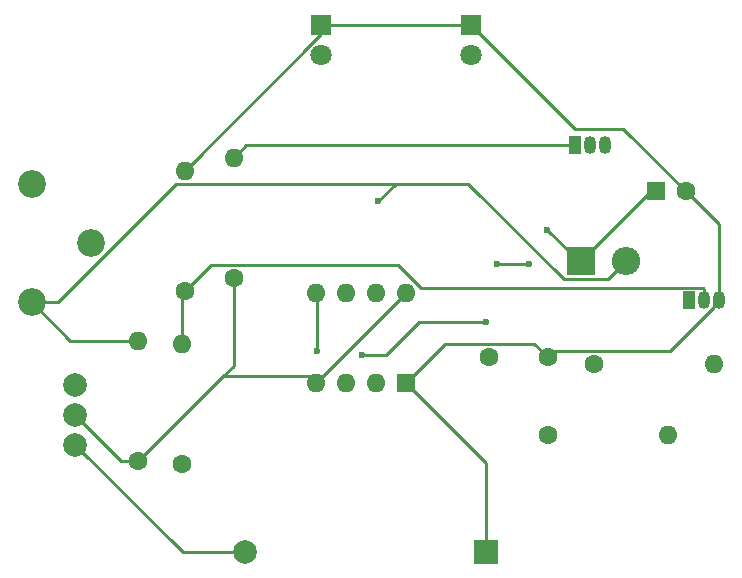
<source format=gbr>
G04 #@! TF.GenerationSoftware,KiCad,Pcbnew,(5.1.9)-1*
G04 #@! TF.CreationDate,2021-04-10T08:26:10+02:00*
G04 #@! TF.ProjectId,NE555V2,4e453535-3556-4322-9e6b-696361645f70,rev?*
G04 #@! TF.SameCoordinates,Original*
G04 #@! TF.FileFunction,Copper,L2,Bot*
G04 #@! TF.FilePolarity,Positive*
%FSLAX46Y46*%
G04 Gerber Fmt 4.6, Leading zero omitted, Abs format (unit mm)*
G04 Created by KiCad (PCBNEW (5.1.9)-1) date 2021-04-10 08:26:10*
%MOMM*%
%LPD*%
G01*
G04 APERTURE LIST*
G04 #@! TA.AperFunction,ComponentPad*
%ADD10R,1.800000X1.800000*%
G04 #@! TD*
G04 #@! TA.AperFunction,ComponentPad*
%ADD11C,1.800000*%
G04 #@! TD*
G04 #@! TA.AperFunction,ComponentPad*
%ADD12R,1.600000X1.600000*%
G04 #@! TD*
G04 #@! TA.AperFunction,ComponentPad*
%ADD13C,1.600000*%
G04 #@! TD*
G04 #@! TA.AperFunction,ComponentPad*
%ADD14R,2.400000X2.400000*%
G04 #@! TD*
G04 #@! TA.AperFunction,ComponentPad*
%ADD15O,2.400000X2.400000*%
G04 #@! TD*
G04 #@! TA.AperFunction,ComponentPad*
%ADD16R,1.050000X1.500000*%
G04 #@! TD*
G04 #@! TA.AperFunction,ComponentPad*
%ADD17O,1.050000X1.500000*%
G04 #@! TD*
G04 #@! TA.AperFunction,ComponentPad*
%ADD18O,1.600000X1.600000*%
G04 #@! TD*
G04 #@! TA.AperFunction,ComponentPad*
%ADD19C,2.340000*%
G04 #@! TD*
G04 #@! TA.AperFunction,ComponentPad*
%ADD20C,2.000000*%
G04 #@! TD*
G04 #@! TA.AperFunction,ComponentPad*
%ADD21R,2.000000X2.000000*%
G04 #@! TD*
G04 #@! TA.AperFunction,ViaPad*
%ADD22C,0.600000*%
G04 #@! TD*
G04 #@! TA.AperFunction,Conductor*
%ADD23C,0.250000*%
G04 #@! TD*
G04 APERTURE END LIST*
D10*
X152400000Y-67310000D03*
D11*
X152400000Y-69850000D03*
X139700000Y-69850000D03*
D10*
X139700000Y-67310000D03*
D12*
X168033700Y-81432400D03*
D13*
X170533700Y-81432400D03*
X153860500Y-95453200D03*
X158860500Y-95453200D03*
D14*
X161658300Y-87363300D03*
D15*
X165468300Y-87363300D03*
D16*
X170776900Y-90665300D03*
D17*
X173316900Y-90665300D03*
X172046900Y-90665300D03*
X162407600Y-77546200D03*
X163677600Y-77546200D03*
D16*
X161137600Y-77546200D03*
D18*
X124180600Y-94119700D03*
D13*
X124180600Y-104279700D03*
D19*
X115150900Y-80830400D03*
X120150900Y-85830400D03*
X115150900Y-90830400D03*
D18*
X127889000Y-94322900D03*
D13*
X127889000Y-104482900D03*
X128117600Y-89839800D03*
D18*
X128117600Y-79679800D03*
X172897800Y-96075500D03*
D13*
X162737800Y-96075500D03*
X132257800Y-88760300D03*
D18*
X132257800Y-78600300D03*
D13*
X158877000Y-102095300D03*
D18*
X169037000Y-102095300D03*
D20*
X118859300Y-102920800D03*
X118859300Y-100380800D03*
X118859300Y-97840800D03*
D12*
X146888200Y-97637600D03*
D18*
X139268200Y-90017600D03*
X144348200Y-97637600D03*
X141808200Y-90017600D03*
X141808200Y-97637600D03*
X144348200Y-90017600D03*
X139268200Y-97637600D03*
X146888200Y-90017600D03*
D20*
X133210300Y-112001300D03*
D21*
X153661900Y-112001300D03*
D22*
X154546300Y-87591900D03*
X157302200Y-87591900D03*
X158826200Y-84670900D03*
X153619200Y-92481400D03*
X143167100Y-95262700D03*
X139344400Y-94983300D03*
X144513300Y-82270600D03*
D23*
X167589200Y-81432400D02*
X161658300Y-87363300D01*
X168033700Y-81432400D02*
X167589200Y-81432400D01*
X154546300Y-87591900D02*
X157302200Y-87591900D01*
X161518600Y-87363300D02*
X161658300Y-87363300D01*
X158826200Y-84670900D02*
X161518600Y-87363300D01*
X153619200Y-92481400D02*
X147967700Y-92481400D01*
X147967700Y-92481400D02*
X145186400Y-95262700D01*
X145186400Y-95262700D02*
X143167100Y-95262700D01*
X139344400Y-90093800D02*
X139268200Y-90017600D01*
X139344400Y-94983300D02*
X139344400Y-90093800D01*
X118440200Y-94119700D02*
X115150900Y-90830400D01*
X124180600Y-94119700D02*
X118440200Y-94119700D01*
X117363502Y-90830400D02*
X115150900Y-90830400D01*
X163943299Y-88888301D02*
X160198299Y-88888301D01*
X127389101Y-80804801D02*
X117363502Y-90830400D01*
X160198299Y-88888301D02*
X152114799Y-80804801D01*
X165468300Y-87363300D02*
X163943299Y-88888301D01*
X152114799Y-80804801D02*
X127389101Y-80804801D01*
X145979099Y-80804801D02*
X152114799Y-80804801D01*
X144513300Y-82270600D02*
X145979099Y-80804801D01*
X127889000Y-90068400D02*
X128117600Y-89839800D01*
X127889000Y-94322900D02*
X127889000Y-90068400D01*
X172046900Y-89665300D02*
X172046900Y-90665300D01*
X171971899Y-89590299D02*
X172046900Y-89665300D01*
X148125901Y-89590299D02*
X171971899Y-89590299D01*
X146170901Y-87635299D02*
X148125901Y-89590299D01*
X130322101Y-87635299D02*
X146170901Y-87635299D01*
X128117600Y-89839800D02*
X130322101Y-87635299D01*
X133311900Y-77546200D02*
X132257800Y-78600300D01*
X161137600Y-77546200D02*
X133311900Y-77546200D01*
X127939800Y-112001300D02*
X118859300Y-102920800D01*
X133210300Y-112001300D02*
X127939800Y-112001300D01*
X139700000Y-67310000D02*
X152400000Y-67310000D01*
X139700000Y-68097400D02*
X128117600Y-79679800D01*
X139700000Y-67310000D02*
X139700000Y-68097400D01*
X165214967Y-76113667D02*
X170533700Y-81432400D01*
X161203667Y-76113667D02*
X165214967Y-76113667D01*
X152400000Y-67310000D02*
X161203667Y-76113667D01*
X173316900Y-84215600D02*
X170533700Y-81432400D01*
X173316900Y-90665300D02*
X173316900Y-84215600D01*
X169188796Y-94950499D02*
X159363201Y-94950499D01*
X172896910Y-91242385D02*
X169188796Y-94950499D01*
X172896910Y-90843990D02*
X172896910Y-91242385D01*
X159363201Y-94950499D02*
X158860500Y-95453200D01*
X173075600Y-90665300D02*
X172896910Y-90843990D01*
X173316900Y-90665300D02*
X173075600Y-90665300D01*
X157735499Y-94328199D02*
X150197601Y-94328199D01*
X150197601Y-94328199D02*
X146888200Y-97637600D01*
X158860500Y-95453200D02*
X157735499Y-94328199D01*
X153661900Y-104411300D02*
X146888200Y-97637600D01*
X153661900Y-112001300D02*
X153661900Y-104411300D01*
X122758200Y-104279700D02*
X118859300Y-100380800D01*
X124180600Y-104279700D02*
X122758200Y-104279700D01*
X124180600Y-104279700D02*
X131381500Y-97078800D01*
X138709400Y-97078800D02*
X139268200Y-97637600D01*
X131381500Y-97078800D02*
X138709400Y-97078800D01*
X132257800Y-96202500D02*
X131381500Y-97078800D01*
X132257800Y-88760300D02*
X132257800Y-96202500D01*
X139268200Y-97637600D02*
X146888200Y-90017600D01*
M02*

</source>
